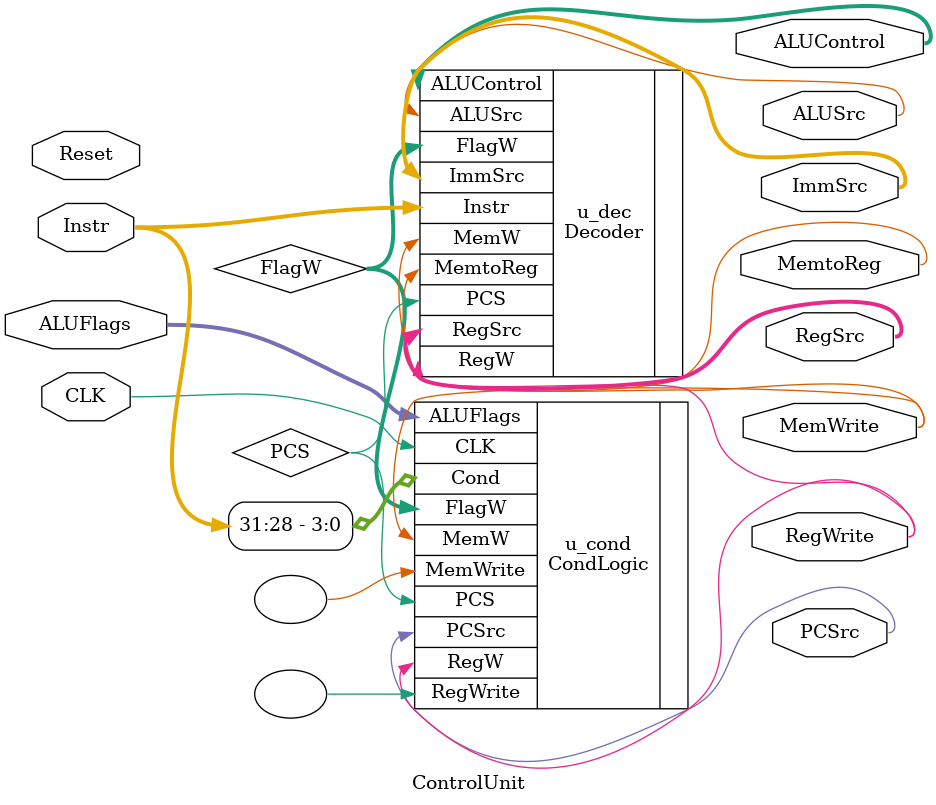
<source format=v>
`timescale 1ns/1ps
module ControlUnit(
    input        CLK,
    input        Reset,
    input  [31:0] Instr,
    input  [3:0]  ALUFlags,
    output        PCSrc,
    output        RegWrite,
    output        MemWrite,
    output        MemtoReg,
    output        ALUSrc,
    output [1:0]  ImmSrc,
    output [1:0]  RegSrc,
    output [1:0]  ALUControl
);
    wire [1:0] FlagW;
    wire       PCS;

    Decoder u_dec(
        .Instr(Instr),
        .PCS(PCS),
        .RegW(RegWrite),
        .MemW(MemWrite),
        .MemtoReg(MemtoReg),
        .ALUSrc(ALUSrc),
        .ImmSrc(ImmSrc),
        .RegSrc(RegSrc),
        .ALUControl(ALUControl),
        .FlagW(FlagW)
    );

    CondLogic u_cond(
        .CLK(CLK),
        .PCS(PCS),
        .RegW(RegWrite),
        .MemW(MemWrite),
        .FlagW(FlagW),
        .Cond(Instr[31:28]),
        .ALUFlags(ALUFlags),
        .PCSrc(PCSrc),
        .RegWrite(),
        .MemWrite()
    );
    // 注意：CondLogic 已经门控了 RegWrite/MemWrite，
    // 如果你希望外部用门控后的信号，把上面两个输出接出来替换直连版本。
endmodule
</source>
